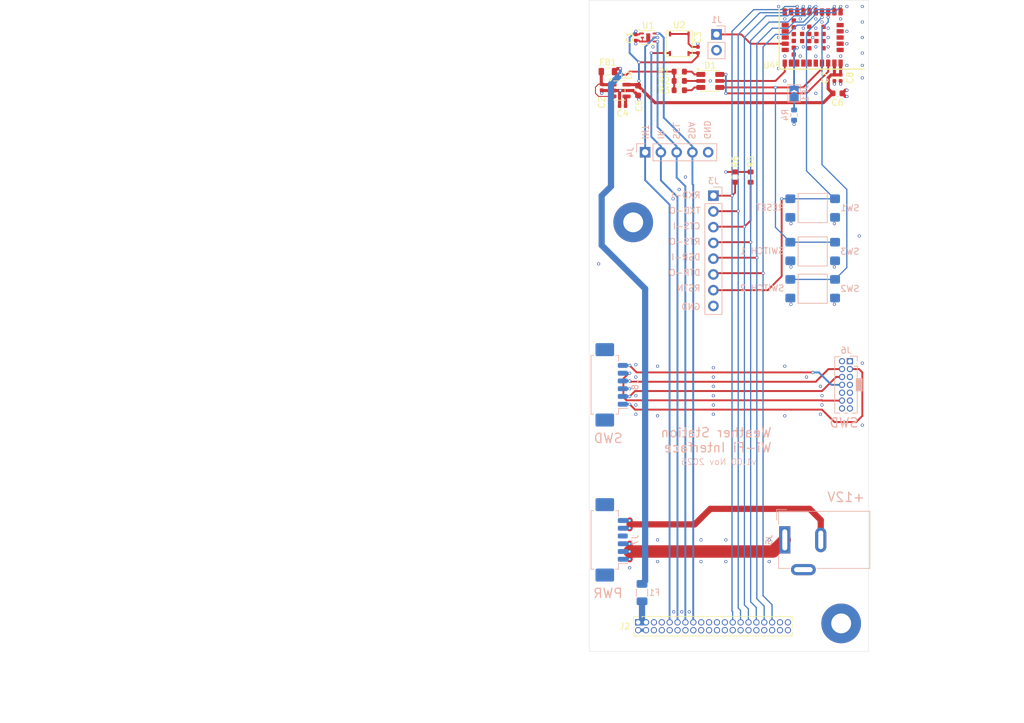
<source format=kicad_pcb>
(kicad_pcb (version 20241229) (generator "pcbnew") (generator_version "9.0")
  (layers (0 "F.Cu" signal) (2 "B.Cu" signal) (13 "F.Paste" user) (15 "B.Paste" user) (5 "F.SilkS" user "F.Silkscreen") (7 "B.SilkS" user "B.Silkscreen") (1 "F.Mask" user) (3 "B.Mask" user) (25 "Edge.Cuts" user))
  (net 0 "")
  (net 1 "+3.3V")
  (net 2 "GND")
  (net 3 "Net-(D1-GA)")
  (net 4 "Net-(D1-BA)")
  (net 5 "Net-(D1-RA)")
  (net 6 "/LED_BLUE")
  (net 7 "/LED_RED")
  (net 8 "/SW1_GRN")
  (net 9 "/DBG_TXD")
  (net 12 "/IR_IN")
  (net 14 "/LOG_BOOT")
  (net 15 "+5V")
  (net 16 "/RSTN")
  (net 17 "UART_DTR")
  (net 18 "UART_DSR")
  (net 19 "UART_TXD")
  (net 20 "UART_CTS")
  (net 21 "UART_RTS")
  (net 22 "UART_RXD")
  (net 23 "/SCL")
  (net 24 "/SDA")
  (net 25 "/ALS_INT")
  (net 26 "/SW2")
  (net 48 "Net-(JP1-A)")
  (net 49 "+5VIN")
  (net 50 "+3.3VIN")
  (net 51 "/Passthrough/+12V_IN")
  (net 52 "/Passthrough/SWCLK")
  (net 53 "/Passthrough/SWD_VCC")
  (net 54 "/Passthrough/SWD_RSTN")
  (net 55 "/Passthrough/SWO")
  (net 56 "/Passthrough/SWDIO")
  (net 57 "Net-(U3-EN)")
  (net 58 "Net-(U3-BP)")
  (footprint "MountingHole:MountingHole_3.2mm_M3_Pad" (layer "F.Cu") (at 151.98 69.3)
    (property "Reference" "H1" (hide yes))
    (property "Value" "M3")
  )
  (footprint "DWlib:Vishay_BELOBOG-4Pin" (layer "F.Cu") (at 159.4 40.5)
    (property "Reference" "U2")
    (property "Value" "TSOP37438")
  )
  (footprint "Capacitor_SMD:C_0402_1005Metric" (layer "F.Cu") (at 150.2625 50.55 180)
    (property "Reference" "C4")
    (property "Value" "470p")
  )
  (footprint "Resistor_SMD:R_0603_1608Metric" (layer "F.Cu") (at 168.4 62 90)
    (property "Reference" "R6")
    (property "Value" "10k")
  )
  (footprint "Capacitor_SMD:C_0603_1608Metric" (layer "F.Cu") (at 152.7625 48.05 -90)
    (property "Reference" "C5")
    (property "Value" "4.7u")
  )
  (footprint "Capacitor_SMD:C_0402_1005Metric" (layer "F.Cu") (at 185.4 46 -90)
    (property "Reference" "C8")
    (property "Value" "0.1u")
  )
  (footprint "Resistor_SMD:R_0603_1608Metric" (layer "F.Cu") (at 159.4 46.5)
    (property "Reference" "R2")
    (property "Value" "620R")
  )
  (footprint "Connector_PinSocket_1.27mm:PinSocket_2x20_P1.27mm_Vertical" (layer "F.Cu") (at 152.775 133.795 90)
    (property "Reference" "J2")
    (property "Value" "1.27 mm pitch")
  )
  (footprint "DWlib:ublox_NINA-W1x2" (layer "F.Cu") (at 186.2 39.5 90)
    (property "Reference" "U4")
    (property "Value" "NINA-W132")
  )
  (footprint "Capacitor_SMD:C_0603_1608Metric" (layer "F.Cu") (at 184.9 48.5)
    (property "Reference" "C6")
    (property "Value" "4.7u")
  )
  (footprint "Capacitor_SMD:C_0402_1005Metric" (layer "F.Cu") (at 146.9 47.5 -90)
    (property "Reference" "C2")
    (property "Value" "1u")
  )
  (footprint "Capacitor_SMD:C_0402_1005Metric" (layer "F.Cu") (at 152.4 39.5 -90)
    (property "Reference" "C1")
    (property "Value" "0.1u")
  )
  (footprint "Inductor_SMD:L_0805_2012Metric" (layer "F.Cu") (at 147.9 45 180)
    (property "Reference" "FB1")
    (property "Value" "600R")
  )
  (footprint "LED_SMD:LED_ROHM_SMLVN6" (layer "F.Cu") (at 164.4 46.5)
    (property "Reference" "D1")
    (property "Value" "SMLVN6RGB")
  )
  (footprint "Package_TO_SOT_SMD:SOT-23-5" (layer "F.Cu") (at 149.7625 48.05)
    (property "Reference" "U3")
    (property "Value" "MIC5219-3.3YM5")
  )
  (footprint "MountingHole:MountingHole_3.2mm_M3_Pad" (layer "F.Cu") (at 185.49 133.97)
    (property "Reference" "H2" (hide yes))
    (property "Value" "M3")
  )
  (footprint "Resistor_SMD:R_0603_1608Metric" (layer "F.Cu") (at 159.4 48)
    (property "Reference" "R3")
    (property "Value" "360R")
  )
  (footprint "Resistor_SMD:R_0603_1608Metric" (layer "F.Cu") (at 159.4 45)
    (property "Reference" "R1")
    (property "Value" "360R")
  )
  (footprint "DWlib:TI_USON-6-1EP_2x2mm_P0.5mm_EP0.65x1.35mm" (layer "F.Cu") (at 154.4 39.5)
    (property "Reference" "U1")
    (property "Value" "OPT4001DNPRQ1")
  )
  (footprint "Capacitor_SMD:C_0402_1005Metric" (layer "F.Cu") (at 162.4 41.5 90)
    (property "Reference" "C3")
    (property "Value" "0.1u")
  )
  (footprint "Resistor_SMD:R_0603_1608Metric" (layer "F.Cu") (at 170.9 62 90)
    (property "Reference" "R5")
    (property "Value" "10k")
  )
  (footprint "Capacitor_SMD:C_0402_1005Metric" (layer "F.Cu") (at 184.4 46 -90)
    (property "Reference" "C7")
    (property "Value" "0.1u")
  )
  (footprint "Connector_Molex:Molex_PicoBlade_53261-0671_1x06-1MP_P1.25mm_Horizontal" (layer "B.Cu") (at 147.9 95.5 90)
    (property "Reference" "J8")
    (property "Value" "53261-0671")
  )
  (footprint "Connector_PinHeader_1.27mm:PinHeader_2x07_P1.27mm_Vertical" (layer "B.Cu") (at 186.9 91.69 180)
    (property "Reference" "J6")
    (property "Value" "Conn_ST_STDC14")
  )
  (footprint "Connector_BarrelJack:BarrelJack_Wuerth_6941xx301002" (layer "B.Cu") (at 176.4 120.5 -90)
    (property "Reference" "J5")
    (property "Value" "694106301002")
  )
  (footprint "DWlib:SW_Push_1P1T_NO_E-Switch_TL3305AFxxxQG" (layer "B.Cu") (at 180.9 67)
    (property "Reference" "SW1")
    (property "Value" "TL3305")
  )
  (footprint "DWlib:SW_Push_1P1T_NO_E-Switch_TL3305AFxxxQG" (layer "B.Cu") (at 180.9 74 180)
    (property "Reference" "SW3")
    (property "Value" "TL3305")
  )
  (footprint "Connector_PinHeader_2.54mm:PinHeader_1x08_P2.54mm_Vertical" (layer "B.Cu") (at 164.9 65 180)
    (property "Reference" "J3")
    (property "Value" "Conn_01x08")
  )
  (footprint "DWlib:SW_Push_1P1T_NO_E-Switch_TL3305AFxxxQG" (layer "B.Cu") (at 180.9 80)
    (property "Reference" "SW2")
    (property "Value" "TL3305")
  )
  (footprint "Connector_PinHeader_2.54mm:PinHeader_1x05_P2.54mm_Vertical" (layer "B.Cu") (at 153.9 58 -90)
    (property "Reference" "J4")
    (property "Value" "Conn_01x05")
  )
  (footprint "Fuse:Fuse_1206_3216Metric" (layer "B.Cu") (at 153.4 129 90)
    (property "Reference" "F1")
    (property "Value" "500mA")
  )
  (footprint "Jumper:SolderJumper-2_P1.3mm_Open_TrianglePad1.0x1.5mm" (layer "B.Cu") (at 177.9 48.5 90)
    (property "Reference" "JP1")
    (property "Value" "SolderJumper_2_Open")
  )
  (footprint "Resistor_SMD:R_0603_1608Metric" (layer "B.Cu") (at 177.9 52 -90)
    (property "Reference" "R4")
    (property "Value" "620R")
  )
  (footprint "Connector_PinHeader_2.54mm:PinHeader_1x02_P2.54mm_Vertical" (layer "B.Cu") (at 165.4 39 180)
    (property "Reference" "J1")
    (property "Value" "Conn_01x02")
  )
  (footprint "Connector_Molex:Molex_PicoBlade_53261-0671_1x06-1MP_P1.25mm_Horizontal" (layer "B.Cu") (at 147.9 120.5 90)
    (property "Reference" "J7")
    (property "Value" "53261-0671")
  )
  (gr_rect (start 187.9 94.5) (end 188.9 96.5) (stroke (width 0.1)) (fill yes) (layer "B.SilkS"))
  (gr_rect (start 144.9 33.5) (end 189.9 138.5) (stroke (width 0.05)) (fill no) (layer "Edge.Cuts"))
  (gr_text "INT" (at 153.9 56 270) (layer "B.SilkS") (effects (font (size 1 1)) (justify left mirror)))
  (gr_text "GND" (at 162.9 83.5 0) (layer "B.SilkS") (effects (font (size 1 1)) (justify left bottom mirror)))
  (gr_text "SDA" (at 161.4 56 270) (layer "B.SilkS") (effects (font (size 1 1)) (justify left mirror)))
  (gr_text "SWD" (at 188.4 102.5 0) (layer "B.SilkS") (effects (font (size 1.5 1.5) (thickness 0.2)) (justify left bottom mirror)))
  (gr_text "Weather Station\nWi-Fi Interface" (at 174.4 106.5 0) (layer "B.SilkS") (effects (font (size 1.5 1.5) (thickness 0.2)) (justify left bottom mirror)))
  (gr_text "SWITCH 2" (at 176.4 80.5 0) (layer "B.SilkS") (effects (font (size 1 1)) (justify left bottom mirror)))
  (gr_text "SWITCH 1" (at 176.4 74.5 0) (layer "B.SilkS") (effects (font (size 1 1)) (justify left bottom mirror)))
  (gr_text "v1.00 Nov 2025" (at 171.9 108.5 0) (layer "B.SilkS") (effects (font (size 1 1) (thickness 0.1)) (justify left bottom mirror)))
  (gr_text "RTS-O" (at 162.9 73 0) (layer "B.SilkS") (effects (font (size 1 1)) (justify left bottom mirror)))
  (gr_text "DSR-I" (at 162.9 75.5 0) (layer "B.SilkS") (effects (font (size 1 1)) (justify left bottom mirror)))
  (gr_text "IR" (at 156.4 56 270) (layer "B.SilkS") (effects (font (size 1 1)) (justify left mirror)))
  (gr_text "GND" (at 163.9 56 270) (layer "B.SilkS") (effects (font (size 1 1)) (justify left mirror)))
  (gr_text "TXD-O" (at 162.9 68 0) (layer "B.SilkS") (effects (font (size 1 1)) (justify left bottom mirror)))
  (gr_text "CTS-I" (at 162.9 70.5 0) (layer "B.SilkS") (effects (font (size 1 1)) (justify left bottom mirror)))
  (gr_text "SCL" (at 158.9 56 270) (layer "B.SilkS") (effects (font (size 1 1)) (justify left mirror)))
  (gr_text "SWD" (at 150.4 105 0) (layer "B.SilkS") (effects (font (size 1.5 1.5) (thickness 0.2)) (justify left bottom mirror)))
  (gr_text "PWR" (at 150.4 130 0) (layer "B.SilkS") (effects (font (size 1.5 1.5) (thickness 0.2)) (justify left bottom mirror)))
  (gr_text "+12V" (at 189.4 114.5 0) (layer "B.SilkS") (effects (font (size 1.5 1.5) (thickness 0.2)) (justify left bottom mirror)))
  (gr_text "RXD-I" (at 162.9 65.5 0) (layer "B.SilkS") (effects (font (size 1 1)) (justify left bottom mirror)))
  (gr_text "RESET" (at 176.4 67.5 0) (layer "B.SilkS") (effects (font (size 1 1)) (justify left bottom mirror)))
  (gr_text "DTR-O" (at 162.9 78 0) (layer "B.SilkS") (effects (font (size 1 1)) (justify left bottom mirror)))
  (gr_text "RSTN" (at 162.9 80.5 0) (layer "B.SilkS") (effects (font (size 1 1)) (justify left bottom mirror)))
  (segment (start 152.88 39.02) (end 152.4 39.02) (width 0.3) (layer "F.Cu") (net 1))
  (segment (start 184.4 45.52) (end 185.4 45.52) (width 0.5) (layer "F.Cu") (net 1))
  (segment (start 153.05 38.85) (end 152.88 39.02) (width 0.3) (layer "F.Cu") (net 1))
  (segment (start 150.9 47.1) (end 152.5875 47.1) (width 0.5) (layer "F.Cu") (net 1))
  (segment (start 162.4 41.98) (end 160.995 41.98) (width 0.3) (layer "F.Cu") (net 1))
  (segment (start 184.4 43.625) (end 184.4 45.52) (width 0.5) (layer "F.Cu") (net 1))
  (segment (start 182.625 50) (end 184.125 48.5) (width 0.5) (layer "F.Cu") (net 1))
  (segment (start 183.4 47.775) (end 184.125 48.5) (width 0.5) (layer "F.Cu") (net 1))
  (segment (start 183.88 45.52) (end 183.4 46) (width 0.5) (layer "F.Cu") (net 1))
  (segment (start 152.5875 47.1) (end 152.7625 47.275) (width 0.5) (layer "F.Cu") (net 1))
  (segment (start 152.4 38.5) (end 152.4 39.02) (width 0.3) (layer "F.Cu") (net 1))
  (segment (start 162.4 42.5) (end 161.4 43.5) (width 0.3) (layer "F.Cu") (net 1))
  (segment (start 152.9 47.1375) (end 152.7625 47.275) (width 0.3) (layer "F.Cu") (net 1))
  (segment (start 161.4 43.5) (end 152.9 43.5) (width 0.3) (layer "F.Cu") (net 1))
  (segment (start 183.4 46) (end 183.4 47.775) (width 0.5) (layer "F.Cu") (net 1))
  (segment (start 152.7625 47.275) (end 155.4875 50) (width 0.5) (layer "F.Cu") (net 1))
  (segment (start 152.9 46.5) (end 152.9 47.1375) (width 0.3) (layer "F.Cu") (net 1))
  (segment (start 184.4 45.52) (end 183.88 45.52) (width 0.5) (layer "F.Cu") (net 1))
  (segment (start 185.4 43.625) (end 185.4 45.52) (width 0.5) (layer "F.Cu") (net 1))
  (segment (start 153.45 38.85) (end 153.05 38.85) (width 0.3) (layer "F.Cu") (net 1))
  (segment (start 160.995 41.98) (end 160.9 42.075) (width 0.3) (layer "F.Cu") (net 1))
  (segment (start 155.4875 50) (end 182.625 50) (width 0.5) (layer "F.Cu") (net 1))
  (segment (start 162.4 42.5) (end 162.4 41.98) (width 0.3) (layer "F.Cu") (net 1))
  (via (at 152.9 43.5) (size 0.5) (drill 0.3) (layers "F.Cu" "B.Cu") (net 1))
  (via (at 152.4 38.5) (size 0.5) (drill 0.3) (layers "F.Cu" "B.Cu") (net 1))
  (via (at 152.9 46.5) (size 0.5) (drill 0.3) (layers "F.Cu" "B.Cu") (net 1))
  (segment (start 151.4 42) (end 151.4 39.5) (width 0.3) (layer "B.Cu") (net 1))
  (segment (start 152.9 43.5) (end 152.9 46.5) (width 0.3) (layer "B.Cu") (net 1))
  (segment (start 152.9 43.5) (end 151.4 42) (width 0.3) (layer "B.Cu") (net 1))
  (segment (start 151.4 39.5) (end 152.4 38.5) (width 0.3) (layer "B.Cu") (net 1))
  (segment (start 185.4 47) (end 185.4 46.48) (width 0.5) (layer "F.Cu") (net 2))
  (segment (start 153.05 40.15) (end 152.88 39.98) (width 0.3) (layer "F.Cu") (net 2))
  (segment (start 149.7825 50.55) (end 149.7825 48.1675) (width 0.5) (layer "F.Cu") (net 2))
  (segment (start 160.9 38.925) (end 157.9 38.925) (width 0.3) (layer "F.Cu") (net 2))
  (segment (start 166.9 61.175) (end 170.9 61.175) (width 0.3) (layer "F.Cu") (net 2))
  (segment (start 184.4 47) (end 184.4 46.48) (width 0.5) (layer "F.Cu") (net 2))
  (segment (start 162.4 41.02) (end 161.42 41.02) (width 0.3) (layer "F.Cu") (net 2))
  (segment (start 186.175 48) (end 185.675 48.5) (width 0.5) (layer "F.Cu") (net 2))
  (segment (start 186.4 48) (end 186.175 48) (width 0.5) (layer "F.Cu") (net 2))
  (segment (start 146.97 48.05) (end 146.9 47.98) (width 0.5) (layer "F.Cu") (net 2))
  (segment (start 152.9 49.5) (end 152.9 48.9625) (width 0.5) (layer "F.Cu") (net 2))
  (segment (start 148.625 48.05) (end 149.9 48.05) (width 0.5) (layer "F.Cu") (net 2))
  (segment (start 151.4 117.375) (end 151.4 118) (width 1) (layer "F.Cu") (net 2))
  (segment (start 146.9 48.5) (end 146.9 47.98) (width 0.5) (layer "F.Cu") (net 2))
  (segment (start 164.4 115.5) (end 180.4 115.5) (width 1) (layer "F.Cu") (net 2))
  (segment (start 153.45 39.5) (end 153.45 40.15) (width 0.15) (layer "F.Cu") (net 2))
  (segment (start 154.4 40) (end 154.4 39.5) (width 0.3) (layer "F.Cu") (net 2))
  (segment (start 180.4 115.5) (end 182.2 117.3) (width 1) (layer "F.Cu") (net 2))
  (segment (start 161.9 118) (end 164.4 115.5) (width 1) (layer "F.Cu") (net 2))
  (segment (start 161.42 41.02) (end 160.9 40.5) (width 0.3) (layer "F.Cu") (net 2))
  (segment (start 152.9 48.9625) (end 152.7625 48.825) (width 0.5) (layer "F.Cu") (net 2))
  (segment (start 160.9 40.5) (end 160.9 38.925) (width 0.3) (layer "F.Cu") (net 2))
  (segment (start 151.4 118) (end 161.9 118) (width 1) (layer "F.Cu") (net 2))
  (segment (start 153.45 40.15) (end 153.05 40.15) (width 0.3) (layer "F.Cu") (net 2))
  (segment (start 149.9 48.05) (end 151.9875 48.05) (width 0.5) (layer "F.Cu") (net 2))
  (segment (start 148.605 48.07) (end 148.625 48.05) (width 0.5) (layer "F.Cu") (net 2))
  (segment (start 151.4 118) (end 151.4 118.625) (width 1) (layer "F.Cu") (net 2))
  (segment (start 186.175 49) (end 185.675 48.5) (width 0.5) (layer "F.Cu") (net 2))
  (segment (start 151.9875 48.05) (end 152.7625 48.825) (width 0.5) (layer "F.Cu") (net 2))
  (segment (start 186.4 49) (end 186.175 49) (width 0.5) (layer "F.Cu") (net 2))
  (segment (start 149.7825 48.1675) (end 149.9 48.05) (width 0.5) (layer "F.Cu") (net 2))
  (segment (start 182.2 117.3) (end 182.2 120.5) (width 1) (layer "F.Cu") (net 2))
  (segment (start 162.4 40.5) (end 162.4 41.02) (width 0.3) (layer "F.Cu") (net 2))
  (segment (start 154.25 40.15) (end 154.4 40) (width 0.3) (layer "F.Cu") (net 2))
  (segment (start 153.45 40.15) (end 154.25 40.15) (width 0.3) (layer "F.Cu") (net 2))
  (segment (start 148.625 48.05) (end 146.97 48.05) (width 0.5) (layer "F.Cu") (net 2))
  (segment (start 152.4 40.5) (end 152.4 39.98) (width 0.3) (layer "F.Cu") (net 2))
  (segment (start 152.88 39.98) (end 152.4 39.98) (width 0.3) (layer "F.Cu") (net 2))
  (via (at 162.9 124) (size 0.5) (drill 0.3) (layers "F.Cu" "B.Cu") (net 2))
  (via (at 188.4 71.5) (size 0.5) (drill 0.3) (layers "F.Cu" "B.Cu") (net 2))
  (via (at 177.4 76.5) (size 0.5) (drill 0.3) (layers "F.Cu" "B.Cu") (net 2))
  (via (at 155.9 92.5) (size 0.5) (drill 0.3) (layers "F.Cu" "B.Cu") (net 2))
  (via (at 186.4 49) (size 0.5) (drill 0.3) (layers "F.Cu" "B.Cu") (net 2))
  (via (at 152.9 49.5) (size 0.5) (drill 0.3) (layers "F.Cu" "B.Cu") (net 2))
  (via (at 151.4 96.125) (size 0.5) (drill 0.3) (layers "F.Cu" "B.Cu") (net 2))
  (via (at 186.4 34.5) (size 0.5) (drill 0.3) (layers "F.Cu" "B.Cu") (net 2))
  (via (at 181.4 42.5) (size 0.5) (drill 0.3) (layers "F.Cu" "B.Cu") (net 2))
  (via (at 177.4 82.5) (size 0.5) (drill 0.3) (layers "F.Cu" "B.Cu") (net 2))
  (via (at 188.9 42) (size 0.5) (drill 0.3) (layers "F.Cu" "B.Cu") (net 2))
  (via (at 185.4 36.5) (size 0.5) (drill 0.3) (layers "F.Cu" "B.Cu") (net 2))
  (via (at 160.4 62) (size 0.5) (drill 0.3) (layers "F.Cu" "B.Cu") (net 2))
  (via (at 184.4 69.5) (size 0.5) (drill 0.3) (layers "F.Cu" "B.Cu") (net 2))
  (via (at 164.9 92.75) (size 0.5) (drill 0.3) (layers "F.Cu" "B.Cu") (net 2))
  (via (at 175.4 34.5) (size 0.5) (drill 0.3) (layers "F.Cu" "B.Cu") (net 2))
  (via (at 184.4 47) (size 0.5) (drill 0.3) (layers "F.Cu" "B.Cu") (net 2))
  (via (at 182.4 98.75) (size 0.5) (drill 0.3) (layers "F.Cu" "B.Cu") (net 2))
  (via (at 158.5 132.1) (size 0.5) (drill 0.3) (layers "F.Cu" "B.Cu") (net 2))
  (via (at 151.4 118.625) (size 0.5) (drill 0.3) (layers "F.Cu" "B.Cu") (net 2))
  (via (at 186.4 40.5) (size 0.5) (drill 0.3) (layers "F.Cu" "B.Cu") (net 2))
  (via (at 146.9 48.5) (size 0.5) (drill 0.3) (layers "F.Cu" "B.Cu") (net 2))
  (via (at 179.9 94.25) (size 0.5) (drill 0.3) (layers "F.Cu" "B.Cu") (net 2))
  (via (at 183.4 41) (size 0.5) (drill 0.3) (layers "F.Cu" "B.Cu") (net 2))
  (via (at 159.4 64) (size 0.5) (drill 0.3) (layers "F.Cu" "B.Cu") (net 2))
  (via (at 181.4 48.5) (size 0.5) (drill 0.3) (layers "F.Cu" "B.Cu") (net 2))
  (via (at 177.9 53.5) (size 0.5) (drill 0.3) (layers "F.Cu" "B.Cu") (net 2))
  (via (at 166.9 120.5) (size 0.5) (drill 0.3) (layers "F.Cu" "B.Cu") (net 2))
  (via (at 152.4 40.5) (size 0.5) (drill 0.3) (layers "F.Cu" "B.Cu") (net 2))
  (via (at 164.9 98.75) (size 0.5) (drill 0.3) (layers "F.Cu" "B.Cu") (net 2))
  (via (at 188.9 34.5) (size 0.5) (drill 0.3) (layers "F.Cu" "B.Cu") (net 2))
  (via (at 183.4 42.5) (size 0.5) (drill 0.3) (layers "F.Cu" "B.Cu") (net 2))
  (via (at 164.9 94.25) (size 0.5) (drill 0.3) (layers "F.Cu" "B.Cu") (net 2))
  (via (at 181.4 38) (size 0.5) (drill 0.3) (layers "F.Cu" "B.Cu") (net 2))
  (via (at 182.4 37) (size 0.5) (drill 0.3) (layers "F.Cu" "B.Cu") (net 2))
  (via (at 152.4 94.25) (size 0.5) (drill 0.3) (layers "F.Cu" "B.Cu") (net 2))
  (via (at 176.4 36.5) (size 0.5) (drill 0.3) (layers "F.Cu" "B.Cu") (net 2))
  (via (at 158.4 65.5) (size 0.5) (drill 0.3) (layers "F.Cu" "B.Cu") (net 2))
  (via (at 179.4 41) (size 0.5) (drill 0.3) (layers "F.Cu" "B.Cu") (net 2))
  (via (at 182.15 100.25) (size 0.5) (drill 0.3) (layers "F.Cu" "B.Cu") (net 2))
  (via (at 188.9 44) (size 0.5) (drill 0.3) (layers "F.Cu" "B.Cu") (net 2))
  (via (at 149.9 48.05) (size 0.5) (drill 0.3) (layers "F.Cu" "B.Cu") (net 2))
  (via (at 188.9 46) (size 0.5) (drill 0.3) (layers "F.Cu" "B.Cu") (net 2))
  (via (at 180.9 39.5) (size 0.5) (drill 0.3) (layers "F.Cu" "B.Cu") (net 2))
  (via (at 186.4 48) (size 0.5) (drill 0.3) (layers "F.Cu" "B.Cu") (net 2))
  (via (at 151.4 125) (size 0.5) (drill 0.3) (layers "F.Cu" "B.Cu") (net 2))
  (via (at 166.9 124) (size 0.5) (drill 0.3) (layers "F.Cu" "B.Cu") (net 2))
  (via (at 185.4 42.5) (size 0.5) (drill 0.3) (layers "F.Cu" "B.Cu") (net 2))
  (via (at 176.4 92.5) (size 0.5) (drill 0.3) (layers "F.Cu" "B.Cu") (net 2))
  (via (at 166.9 61.175) (size 0.5) (drill 0.3) (layers "F.Cu" "B.Cu") (net 2))
  (via (at 181.4 36.5) (size 0.5) (drill 0.3) (layers "F.Cu" "B.Cu") (net 2))
  (via (at 152.4 97.25) (size 0.5) (drill 0.3) (layers "F.Cu" "B.Cu") (net 2))
  (via (at 173.9 120.5) (size 0.5) (drill 0.3) (layers "F.Cu" "B.Cu") (net 2))
  (via (at 155.9 120.5) (size 0.5) (drill 0.3) (layers "F.Cu" "B.Cu") (net 2))
  (via (at 164.4 46.5) (size 0.5) (drill 0.3) (layers "F.Cu" "B.Cu") (net 2))
  (via (at 185.4 47) (size 0.5) (drill 0.3) (layers "F.Cu" "B.Cu") (net 2))
  (via (at 175.4 44.5) (size 0.5) (drill 0.3) (layers "F.Cu" "B.Cu") (net 2))
  (via (at 188.9 39.5) (size 0.5) (drill 0.3) (layers "F.Cu" "B.Cu") (net 2))
  (via (at 188.9 102) (size 0.5) (drill 0.3) (layers "F.Cu" "B.Cu") (net 2))
  (via (at 188.9 37) (size 0.5) (drill 0.3) (layers "F.Cu" "B.Cu") (net 2))
  (via (at 176.4 42.5) (size 0.5) (drill 0.3) (layers "F.Cu" "B.Cu") (net 2))
  (via (at 151.4 117.375) (size 0.5) (drill 0.3) (layers "F.Cu" "B.Cu") (net 2))
  (via (at 183.4 39.5) (size 0.5) (drill 0.3) (layers "F.Cu" "B.Cu") (net 2))
  (via (at 179.4 38) (size 0.5) (drill 0.3) (layers "F.Cu" "B.Cu") (net 2))
  (via (at 152.4 98.75) (size 0.5) (drill 0.3) (layers "F.Cu" "B.Cu") (net 2))
  (via (at 152.4 92.25) (size 0.5) (drill 0.3) (layers "F.Cu" "B.Cu") (net 2))
  (via (at 155.9 100.5) (size 0.5) (drill 0.3) (layers "F.Cu" "B.Cu") (net 2))
  (via (at 186.4 38.5) (size 0.5) (drill 0.3) (layers "F.Cu" "B.Cu") (net 2))
  (via (at 178.9 42.5) (size 0.5) (drill 0.3) (layers "F.Cu" "B.Cu") (net 2))
  (via (at 162.9 120.5) (size 0.5) (drill 0.3) (layers "F.Cu" "B.Cu") (net 2))
  (via (at 184.4 76.5) (size 0.5) (drill 0.3) (layers "F.Cu" "B.Cu") (net 2))
  (via (at 159.8 132.1) (size 0.5) (drill 0.3) (layers "F.Cu" "B.Cu") (net 2))
  (via (at 182.4 97.25) (size 0.5) (drill 0.3) (layers "F.Cu" "B.Cu") (net 2))
  (via (at 181.4 41) (size 0.5) (drill 0.3) (layers "F.Cu" "B.Cu") (net 2))
  (via (at 177.4 69.5) (size 0.5) (drill 0.3) (layers "F.Cu" "B.Cu") (net 2))
  (via (at 155.9 124) (size 0.5) (drill 0.3) (layers "F.Cu" "B.Cu") (net 2))
  (via (at 183.4 38) (size 0.5) (drill 0.3) (layers "F.Cu" "B.Cu") (net 2))
  (via (at 162.4 40.5) (size 0.5) (drill 0.3) (layers "F.Cu" "B.Cu") (net 2))
  (via (at 173.9 124) (size 0.5) (drill 0.3) (layers "F.Cu" "B.Cu") (net 2))
  (via (at 146.4 76) (size 0.5) (drill 0.3) (layers "F.Cu" "B.Cu") (net 2))
  (via (at 184.4 82.5) (size 0.5) (drill 0.3) (layers "F.Cu" "B.Cu") (net 2))
  (via (at 175.4 39.5) (size 0.5) (drill 0.3) (layers "F.Cu" "B.Cu") (net 2))
  (via (at 182.15 95.75) (size 0.5) (drill 0.3) (layers "F.Cu" "B.Cu") (net 2))
  (via (at 164.9 95.75) (size 0.5) (drill 0.3) (layers "F.Cu" "B.Cu") (net 2))
  (via (at 152.4 100.25) (size 0.5) (drill 0.3) (layers "F.Cu" "B.Cu") (net 2))
  (via (at 176.4 46.5) (size 0.5) (drill 0.3) (layers "F.Cu" "B.Cu") (net 2))
  (via (at 188.9 92) (size 0.5) (drill 0.3) (layers "F.Cu" "B.Cu") (net 2))
  (via (at 178.9 36.5) (size 0.5) (drill 0.3) (layers "F.Cu" "B.Cu") (net 2))
  (via (at 164.9 100.25) (size 0.5) (drill 0.3) (layers "F.Cu" "B.Cu") (net 2))
  (via (at 186.4 44) (size 0.5) (drill 0.3) (layers "F.Cu" "B.Cu") (net 2))
  (via (at 176.4 100.5) (size 0.5) (drill 0.3) (layers "F.Cu" "B.Cu") (net 2))
  (via (at 155.15 41) (size 0.5) (drill 0.3) (layers "F.Cu" "B.Cu") (net 2))
  (via (at 161 132.1) (size 0.5) (drill 0.3) (layers "F.Cu" "B.Cu") (net 2))
  (via (at 164.9 97.25) (size 0.5) (drill 0.3) (layers "F.Cu" "B.Cu") (net 2))
  (segment (start 151.4 117.375) (end 150.3 117.375) (width 0.5) (layer "B.Cu") (net 2))
  (segment (start 177.9 52.825) (end 177.9 53.5) (width 0.3) (layer "B.Cu") (net 2))
  (segment (start 150.3 96.125) (end 151.4 96.125) (width 0.3) (layer "B.Cu") (net 2))
  (segment (start 151.4 118.625) (end 150.3 118.625) (width 0.5) (layer "B.Cu") (net 2))
  (segment (start 161.85 47.55) (end 161.4 48) (width 0.3) (layer "F.Cu") (net 3))
  (segment (start 162.875 47.55) (end 161.85 47.55) (width 0.3) (layer "F.Cu") (net 3))
  (segment (start 161.4 48) (end 160.225 48) (width 0.3) (layer "F.Cu") (net 3))
  (segment (start 162.875 45.45) (end 161.85 45.45) (width 0.3) (layer "F.Cu") (net 4))
  (segment (start 161.4 45) (end 160.225 45) (width 0.3) (layer "F.Cu") (net 4))
  (segment (start 161.85 45.45) (end 161.4 45) (width 0.3) (layer "F.Cu") (net 4))
  (segment (start 162.875 46.5) (end 160.225 46.5) (width 0.3) (layer "F.Cu") (net 5))
  (segment (start 183.4 43.625) (end 183.4 45) (width 0.3) (layer "F.Cu") (net 6))
  (segment (start 166.9 45.45) (end 165.925 45.45) (width 0.3) (layer "F.Cu") (net 6))
  (segment (start 179.9 48.5) (end 166.9 48.5) (width 0.3) (layer "F.Cu") (net 6))
  (segment (start 183.4 45) (end 179.9 48.5) (width 0.3) (layer "F.Cu") (net 6))
  (via (at 166.9 48.5) (size 0.5) (drill 0.3) (layers "F.Cu" "B.Cu") (net 6))
  (via (at 166.9 45.45) (size 0.5) (drill 0.3) (layers "F.Cu" "B.Cu") (net 6))
  (segment (start 166.9 48.5) (end 166.9 45.45) (width 0.3) (layer "B.Cu") (net 6))
  (segment (start 174.9 46.5) (end 176.4 45) (width 0.3) (layer "F.Cu") (net 7))
  (segment (start 165.925 46.5) (end 174.9 46.5) (width 0.3) (layer "F.Cu") (net 7))
  (segment (start 176.4 45) (end 176.4 43.625) (width 0.3) (layer "F.Cu") (net 7))
  (segment (start 182.4 44.5) (end 182.4 43.625) (width 0.3) (layer "F.Cu") (net 8))
  (segment (start 174.9 47.55) (end 179.35 47.55) (width 0.3) (layer "F.Cu") (net 8))
  (segment (start 165.925 47.55) (end 174.9 47.55) (width 0.3) (layer "F.Cu") (net 8))
  (segment (start 179.35 47.55) (end 182.4 44.5) (width 0.3) (layer "F.Cu") (net 8))
  (via (at 174.9 47.55) (size 0.5) (drill 0.3) (layers "F.Cu" "B.Cu") (net 8))
  (segment (start 177.3 72.5) (end 184.5 72.5) (width 0.2) (layer "B.Cu") (net 8))
  (segment (start 177.3 72.5) (end 174.9 70.1) (width 0.2) (layer "B.Cu") (net 8))
  (segment (start 174.9 70.1) (end 174.9 47.55) (width 0.2) (layer "B.Cu") (net 8))
  (segment (start 176.475 40.5) (end 170.9 40.5) (width 0.3) (layer "F.Cu") (net 9))
  (segment (start 169.4 39) (end 165.4 39) (width 0.3) (layer "F.Cu") (net 9))
  (segment (start 170.9 40.5) (end 169.4 39) (width 0.3) (layer "F.Cu") (net 9))
  (segment (start 157.9 42.075) (end 157.825 42) (width 0.3) (layer "F.Cu") (net 12))
  (segment (start 157.825 42) (end 154.9 42) (width 0.3) (layer "F.Cu") (net 12))
  (via (at 154.9 42) (size 0.5) (drill 0.3) (layers "F.Cu" "B.Cu") (net 12))
  (segment (start 159.11 65.21) (end 156.44 62.54) (width 0.3) (layer "B.Cu") (net 12))
  (segment (start 154.9 55.5) (end 154.9 53.5) (width 0.3) (layer "B.Cu") (net 12))
  (segment (start 155.9 56.5) (end 154.9 55.5) (width 0.3) (layer "B.Cu") (net 12))
  (segment (start 156.44 57.04) (end 155.9 56.5) (width 0.3) (layer "B.Cu") (net 12))
  (segment (start 159.125 133.795) (end 159.11 133.78) (width 0.3) (layer "B.Cu") (net 12))
  (segment (start 156.44 58) (end 156.44 57.04) (width 0.3) (layer "B.Cu") (net 12))
  (segment (start 154.9 53.5) (end 154.9 42) (width 0.3) (layer "B.Cu") (net 12))
  (segment (start 156.44 62.54) (end 156.44 58) (width 0.3) (layer "B.Cu") (net 12))
  (segment (start 159.11 133.78) (end 159.11 65.21) (width 0.3) (layer "B.Cu") (net 12))
  (segment (start 177.85 41.15) (end 178.4 41.15) (width 0.3) (layer "F.Cu") (net 14))
  (via (at 178.4 41.15) (size 0.5) (drill 0.3) (layers "F.Cu" "B.Cu") (net 14))
  (segment (start 178.4 41.15) (end 178.25 41.15) (width 0.3) (layer "B.Cu") (net 14))
  (segment (start 178.25 41.15) (end 177.9 41.5) (width 0.3) (layer "B.Cu") (net 14))
  (segment (start 177.9 41.5) (end 177.9 47.775) (width 0.3) (layer "B.Cu") (net 14))
  (segment (start 158.575 48) (end 158.575 45) (width 0.3) (layer "F.Cu") (net 15))
  (segment (start 149.4625 44.5) (end 148.9625 45) (width 0.5) (layer "F.Cu") (net 15))
  (segment (start 151.4 45) (end 150.9 45.5) (width 0.3) (layer "F.Cu") (net 15))
  (segment (start 149.9 45.5) (end 149.4625 45.5) (width 0.5) (layer "F.Cu") (net 15))
  (segment (start 149.9 44.5) (end 149.4625 44.5) (width 0.5) (layer "F.Cu") (net 15))
  (segment (start 158.575 45) (end 151.4 45) (width 0.3) (layer "F.Cu") (net 15))
  (segment (start 150.9 45.5) (end 149.9 45.5) (width 0.3) (layer "F.Cu") (net 15))
  (segment (start 149.4625 45.5) (end 148.9625 45) (width 0.5) (layer "F.Cu") (net 15))
  (via (at 149.9 44.5) (size 0.5) (drill 0.3) (layers "F.Cu" "B.Cu") (net 15))
  (via (at 149.9 45.5) (size 0.5) (drill 0.3) (layers "F.Cu" "B.Cu") (net 15))
  (segment (start 146.9 73) (end 146.9 65) (width 1) (layer "B.Cu") (net 15))
  (segment (start 148.4 47) (end 149.9 45.5) (width 1) (layer "B.Cu") (net 15))
  (segment (start 148.4 63.5) (end 148.4 47) (width 1) (layer "B.Cu") (net 15))
  (segment (start 153.9 80) (end 146.9 73) (width 1) (layer "B.Cu") (net 15))
  (segment (start 146.9 65) (end 148.4 63.5) (width 1) (layer "B.Cu") (net 15))
  (segment (start 153.4 127.6) (end 153.9 127.1) (width 1) (layer "B.Cu") (net 15))
  (segment (start 153.9 127.1) (end 153.9 80) (width 1) (layer "B.Cu") (net 15))
  (segment (start 149.9 45.5) (end 149.9 44.5) (width 0.5) (layer "B.Cu") (net 15))
  (segment (start 173.66 80.24) (end 164.9 80.24) (width 0.3) (layer "F.Cu") (net 16))
  (segment (start 175.9 78) (end 173.66 80.24) (width 0.3) (layer "F.Cu") (net 16))
  (segment (start 175.9 65.5) (end 175.9 78) (width 0.3) (layer "F.Cu") (net 16))
  (segment (start 182.4 36.25) (end 182.4 35.375) (width 0.3) (layer "F.Cu") (net 16))
  (via (at 182.4 36.25) (size 0.5) (drill 0.3) (layers "F.Cu" "B.Cu") (net 16))
  (via (at 175.9 65.5) (size 0.5) (drill 0.3) (layers "F.Cu" "B.Cu") (net 16))
  (segment (start 175.9 65.5) (end 177.3 65.5) (width 0.2) (layer "B.Cu") (net 16))
  (segment (start 179.9 38.75) (end 182.4 36.25) (width 0.2) (layer "B.Cu") (net 16))
  (segment (start 179.9 61) (end 179.9 38.75) (width 0.2) (layer "B.Cu") (net 16))
  (segment (start 184.4 65.5) (end 179.9 61) (width 0.2) (layer "B.Cu") (net 16))
  (segment (start 184.5 65.5) (end 184.4 65.5) (width 0.2) (layer "B.Cu") (net 16))
  (segment (start 177.3 65.5) (end 184.5 65.5) (width 0.2) (layer "B.Cu") (net 16))
  (segment (start 164.9 77.7) (end 165.1 77.5) (width 0.3) (layer "F.Cu") (net 17))
  (segment (start 185.4 34.5) (end 185.4 35.375) (width 0.3) (layer "F.Cu") (net 17))
  (segment (start 165.1 77.5) (end 172.9 77.5) (width 0.3) (layer "F.Cu") (net 17))
  (via (at 172.9 77.5) (size 0.5) (drill 0.3) (layers "F.Cu" "B.Cu") (net 17))
  (via (at 185.4 34.5) (size 0.5) (drill 0.3) (layers "F.Cu" "B.Cu") (net 17))
  (segment (start 181.65 35.5) (end 179.65 37.5) (width 0.2) (layer "B.Cu") (net 17))
  (segment (start 178.4 37.5) (end 176.9 39) (width 0.2) (layer "B.Cu") (net 17))
  (segment (start 184.4 35.5) (end 181.65 35.5) (width 0.2) (layer "B.Cu") (net 17))
  (segment (start 185.4 34.5) (end 184.4 35.5) (width 0.2) (layer "B.Cu") (net 17))
  (segment (start 172.9 77.5) (end 172.9 129.5) (width 0.2) (layer "B.Cu") (net 17))
  (segment (start 179.65 37.5) (end 178.4 37.5) (width 0.2) (layer "B.Cu") (net 17))
  (segment (start 174.9 39) (end 172.9 41) (width 0.2) (layer "B.Cu") (net 17))
  (segment (start 176.9 39) (end 174.9 39) (width 0.2) (layer "B.Cu") (net 17))
  (segment (start 174.35 133.78) (end 174.365 133.795) (width 0.2) (layer "B.Cu") (net 17))
  (segment (start 172.9 129.5) (end 174.35 130.95) (width 0.2) (layer "B.Cu") (net 17))
  (segment (start 174.35 130.95) (end 174.35 133.78) (width 0.2) (layer "B.Cu") (net 17))
  (segment (start 172.9 41) (end 172.9 77.5) (width 0.2) (layer "B.Cu") (net 17))
  (segment (start 165.06 75) (end 171.9 75) (width 0.3) (layer "F.Cu") (net 18))
  (segment (start 164.9 75.16) (end 165.06 75) (width 0.3) (layer "F.Cu") (net 18))
  (segment (start 184.4 34.5) (end 184.4 35.375) (width 0.3) (layer "F.Cu") (net 18))
  (via (at 171.9 75) (size 0.5) (drill 0.3) (layers "F.Cu" "B.Cu") (net 18))
  (via (at 184.4 34.5) (size 0.5) (drill 0.3) (layers "F.Cu" "B.Cu") (net 18))
  (segment (start 171.9 130) (end 173.08 131.18) (width 0.2) (layer "B.Cu") (net 18))
  (segment (start 171.9 75) (end 171.9 130) (width 0.2) (layer "B.Cu") (net 18))
  (segment (start 179.4 37) (end 177.9 37) (width 0.2) (layer "B.Cu") (net 18))
  (segment (start 171.9 40.5) (end 171.9 75) (width 0.2) (layer "B.Cu") (net 18))
  (segment (start 176.9 38) (end 174.4 38) (width 0.2) (layer "B.Cu") (net 18))
  (segment (start 173.08 131.18) (end 173.08 133.78) (width 0.2) (layer "B.Cu") (net 18))
  (segment (start 183.9 35) (end 181.4 35) (width 0.2) (layer "B.Cu") (net 18))
  (segment (start 184.4 34.5) (end 183.9 35) (width 0.2) (layer "B.Cu") (net 18))
  (segment (start 177.9 37) (end 176.9 38) (width 0.2) (layer "B.Cu") (net 18))
  (segment (start 173.08 133.78) (end 173.095 133.795) (width 0.2) (layer "B.Cu") (net 18))
  (segment (start 181.4 35) (end 179.4 37) (width 0.2) (layer "B.Cu") (net 18))
  (segment (start 174.4 38) (end 171.9 40.5) (width 0.2) (layer "B.Cu") (net 18))
  (segment (start 179.4 34.5) (end 179.4 35.375) (width 0.3) (layer "F.Cu") (net 19))
  (segment (start 164.9 67.54) (end 164.94 67.5) (width 0.3) (layer "F.Cu") (net 19))
  (segment (start 164.94 67.5) (end 168.9 67.5) (width 0.3) (layer "F.Cu") (net 19))
  (via (at 168.9 67.5) (size 0.5) (drill 0.3) (layers "F.Cu" "B.Cu") (net 19))
  (via (at 179.4 34.5) (size 0.5) (drill 0.3) (layers "F.Cu" "B.Cu") (net 19))
  (segment (start 176.4 35.5) (end 172.4 35.5) (width 0.2) (layer "B.Cu") (net 19))
  (segment (start 169.27 131.87) (end 169.27 133.78) (width 0.2) (layer "B.Cu") (net 19))
  (segment (start 168.9 67.5) (end 168.9 131.5) (width 0.2) (layer "B.Cu") (net 19))
  (segment (start 176.9 35) (end 176.4 35.5) (width 0.2) (layer "B.Cu") (net 19))
  (segment (start 168.9 131.5) (end 169.27 131.87) (width 0.2) (layer "B.Cu") (net 19))
  (segment (start 172.4 35.5) (end 168.9 39) (width 0.2) (layer "B.Cu") (net 19))
  (segment (start 168.9 39) (end 168.9 67.5) (width 0.2) (layer "B.Cu") (net 19))
  (segment (start 169.27 133.78) (end 169.285 133.795) (width 0.2) (layer "B.Cu") (net 19))
  (segment (start 179.4 34.5) (end 178.9 35) (width 0.2) (layer "B.Cu") (net 19))
  (segment (start 178.9 35) (end 176.9 35) (width 0.2) (layer "B.Cu") (net 19))
  (segment (start 164.98 70) (end 169.9 70) (width 0.3) (layer "F.Cu") (net 20))
  (segment (start 164.9 70.08) (end 164.98 70) (width 0.3) (layer "F.Cu") (net 20))
  (segment (start 170.9 69) (end 169.9 70) (width 0.3) (layer "F.Cu") (net 20))
  (segment (start 180.4 34.5) (end 180.4 35.375) (width 0.3) (layer "F.Cu") (net 20))
  (segment (start 170.9 62.825) (end 170.9 69) (width 0.3) (layer "F.Cu") (net 20))
  (via (at 169.9 70) (size 0.5) (drill 0.3) (layers "F.Cu" "B.Cu") (net 20))
  (via (at 180.4 34.5) (size 0.5) (drill 0.3) (layers "F.Cu" "B.Cu") (net 20))
  (segment (start 179.4 35.5) (end 177.4 35.5) (width 0.2) (layer "B.Cu") (net 20))
  (segment (start 173.4 36) (end 169.9 39.5) (width 0.2) (layer "B.Cu") (net 20))
  (segment (start 169.9 70) (end 169.9 131) (width 0.2) (layer "B.Cu") (net 20))
  (segment (start 170.54 131.64) (end 170.54 133.78) (width 0.2) (layer "B.Cu") (net 20))
  (segment (start 180.4 34.5) (end 179.4 35.5) (width 0.2) (layer "B.Cu") (net 20))
  (segment (start 169.9 39.5) (end 169.9 70) (width 0.2) (layer "B.Cu") (net 20))
  (segment (start 170.54 133.78) (end 170.555 133.795) (width 0.2) (layer "B.Cu") (net 20))
  (segment (start 169.9 131) (end 170.54 131.64) (width 0.2) (layer "B.Cu") (net 20))
  (segment (start 176.9 36) (end 173.4 36) (width 0.2) (layer "B.Cu") (net 20))
  (segment (start 177.4 35.5) (end 176.9 36) (width 0.2) (layer "B.Cu") (net 20))
  (segment (start 165.02 72.5) (end 170.9 72.5) (width 0.3) (layer "F.Cu") (net 21))
  (segment (start 164.9 72.62) (end 165.02 72.5) (width 0.3) (layer "F.Cu") (net 21))
  (segment (start 181.4 34.5) (end 181.4 35.375) (width 0.3) (layer "F.Cu") (net 21))
  (via (at 181.4 34.5) (size 0.5) (drill 0.3) (layers "F.Cu" "B.Cu") (net 21))
  (via (at 170.9 72.5) (size 0.5) (drill 0.3) (layers "F.Cu" "B.Cu") (net 21))
  (segment (start 176.9 37) (end 173.9 37) (width 0.2) (layer "B.Cu") (net 21))
  (segment (start 181.4 34.5) (end 181.149097 34.5) (width 0.2) (layer "B.Cu") (net 21))
  (segment (start 181.149097 34.5) (end 179.649097 36) (width 0.2) (layer "B.Cu") (net 21))
  (segment (start 179.649097 36) (end 177.9 36) (width 0.2) (layer "B.Cu") (net 21))
  (segment (start 170.9 72.5) (end 170.9 130.5) (width 0.2) (layer "B.Cu") (net 21))
  (segment (start 170.9 40) (end 170.9 72.5) (width 0.2) (layer "B.Cu") (net 21))
  (segment (start 170.9 130.5) (end 171.81 131.41) (width 0.2) (layer "B.Cu") (net 21))
  (segment (start 171.81 131.41) (end 171.81 133.78) (width 0.2) (layer "B.Cu") (net 21))
  (segment (start 173.9 37) (end 170.9 40) (width 0.2) (layer "B.Cu") (net 21))
  (segment (start 171.81 133.78) (end 171.825 133.795) (width 0.2) (layer "B.Cu") (net 21))
  (segment (start 177.9 36) (end 176.9 37) (width 0.2) (layer "B.Cu") (net 21))
  (segment (start 164.9 65) (end 167.9 65) (width 0.3) (layer "F.Cu") (net 22))
  (segment (start 178.4 34.5) (end 178.4 35.375) (width 0.3) (layer "F.Cu") (net 22))
  (segment (start 168.4 64.5) (end 167.9 65) (width 0.3) (layer "F.Cu") (net 22))
  (segment (start 168.4 62.825) (end 168.4 64.5) (width 0.3) (layer "F.Cu") (net 22))
  (via (at 167.9 65) (size 0.5) (drill 0.3) (layers "F.Cu" "B.Cu") (net 22))
  (via (at 178.4 34.5) (size 0.5) (drill 0.3) (layers "F.Cu" "B.Cu") (net 22))
  (segment (start 167.9 132) (end 167.9 65) (width 0.2) (layer "B.Cu") (net 22))
  (segment (start 167.9 38.5) (end 171.4 35) (width 0.2) (layer "B.Cu") (net 22))
  (segment (start 167.9 65) (end 167.9 38.5) (width 0.2) (layer "B.Cu") (net 22))
  (segment (start 168 133.78) (end 168 132.1) (width 0.2) (layer "B.Cu") (net 22))
  (segment (start 176.4 34.5) (end 178.4 34.5) (width 0.2) (layer "B.Cu") (net 22))
  (segment (start 168 132.1) (end 167.9 132) (width 0.2) (layer "B.Cu") (net 22))
  (segment (start 171.4 35) (end 175.9 35) (width 0.2) (layer "B.Cu") (net 22))
  (segment (start 175.9 35) (end 176.4 34.5) (width 0.2) (layer "B.Cu") (net 22))
  (segment (start 168.015 133.795) (end 168 133.78) (width 0.2) (layer "B.Cu") (net 22))
  (segment (start 155.35 40.15) (end 155.9 40.15) (width 0.3) (layer "F.Cu") (net 23))
  (via (at 155.9 40.15) (size 0.5) (drill 0.3) (layers "F.Cu" "B.Cu") (net 23))
  (segment (start 160.38 133.78) (end 160.395 133.795) (width 0.3) (layer "B.Cu") (net 23))
  (segment (start 155.9 53.96) (end 158.98 57.04) (width 0.3) (layer "B.Cu") (net 23))
  (segment (start 158.98 57.04) (end 158.98 62.08) (width 0.3) (layer "B.Cu") (net 23))
  (segment (start 155.9 40.15) (end 155.9 53.96) (width 0.3) (layer "B.Cu") (net 23))
  (segment (start 158.98 62.08) (end 160.38 63.48) (width 0.3) (layer "B.Cu") (net 23))
  (segment (start 160.38 63.48) (end 160.38 133.78) (width 0.3) (layer "B.Cu") (net 23))
  (segment (start 155.35 38.85) (end 155.9 38.85) (width 0.3) (layer "F.Cu") (net 24))
  (via (at 155.9 38.85) (size 0.5) (drill 0.3) (layers "F.Cu" "B.Cu") (net 24))
  (segment (start 156.9 52.42) (end 156.9 39.5) (width 0.3) (layer "B.Cu") (net 24))
  (segment (start 156.9 39.5) (end 156.25 38.85) (width 0.3) (layer "B.Cu") (net 24))
  (segment (start 161.65 133.78) (end 161.65 63.25) (width 0.3) (layer "B.Cu") (net 24))
  (segment (start 161.65 63.25) (end 161.52 63.12) (width 0.3) (layer "B.Cu") (net 24))
  (segment (start 161.665 133.795) (end 161.65 133.78) (width 0.3) (layer "B.Cu") (net 24))
  (segment (start 161.52 57.04) (end 156.9 52.42) (width 0.3) (layer "B.Cu") (net 24))
  (segment (start 156.25 38.85) (end 155.9 38.85) (width 0.3) (layer "B.Cu") (net 24))
  (segment (start 161.52 63.12) (end 161.52 57.04) (width 0.3) (layer "B.Cu") (net 24))
  (segment (start 155.35 39.5) (end 155.9 39.5) (width 0.3) (layer "F.Cu") (net 25))
  (via (at 155.9 39.5) (size 0.5) (drill 0.3) (layers "F.Cu" "B.Cu") (net 25))
  (segment (start 157.855 133.795) (end 157.84 133.78) (width 0.3) (layer "B.Cu") (net 25))
  (segment (start 153.9 62.5) (end 153.9 41) (width 0.3) (layer "B.Cu") (net 25))
  (segment (start 153.9 41) (end 155.4 39.5) (width 0.3) (layer "B.Cu") (net 25))
  (segment (start 155.4 39.5) (end 155.9 39.5) (width 0.3) (layer "B.Cu") (net 25))
  (segment (start 157.84 133.78) (end 157.84 66.44) (width 0.3) (layer "B.Cu") (net 25))
  (segment (start 157.84 66.44) (end 153.9 62.5) (width 0.3) (layer "B.Cu") (net 25))
  (segment (start 183.4 36.25) (end 183.4 35.375) (width 0.3) (layer "F.Cu") (net 26))
  (via (at 183.4 36.25) (size 0.5) (drill 0.3) (layers "F.Cu" "B.Cu") (net 26))
  (segment (start 183.4 37) (end 182.4 38) (width 0.2) (layer "B.Cu") (net 26))
  (segment (start 186.4 64) (end 186.4 76.6) (width 0.2) (layer "B.Cu") (net 26))
  (segment (start 186.4 76.6) (end 184.5 78.5) (width 0.2) (layer "B.Cu") (net 26))
  (segment (start 182.4 38) (end 182.4 60) (width 0.2) (layer "B.Cu") (net 26))
  (segment (start 182.4 60) (end 186.4 64) (width 0.2) (layer "B.Cu") (net 26))
  (segment (start 177.3 78.5) (end 184.5 78.5) (width 0.2) (layer "B.Cu") (net 26))
  (segment (start 183.4 36.25) (end 183.4 37) (width 0.2) (layer "B.Cu") (net 26))
  (segment (start 177.9 51.175) (end 177.9 49.225) (width 0.3) (layer "B.Cu") (net 48))
  (segment (start 153.4 130.4) (end 153.4 133.795) (width 1) (layer "B.Cu") (net 49))
  (segment (start 152.775 133.795) (end 154.045 133.795) (width 1) (layer "B.Cu") (net 49))
  (segment (start 152.775 135.065) (end 154.045 135.065) (width 0.5) (layer "B.Cu") (net 50))
  (segment (start 174.525 122.375) (end 176.4 120.5) (width 2) (layer "F.Cu") (net 51))
  (segment (start 151.4 122.375) (end 174.525 122.375) (width 2) (layer "F.Cu") (net 51))
  (segment (start 151.4 121.125) (end 151.4 123.625) (width 1) (layer "F.Cu") (net 51))
  (via (at 151.4 121.125) (size 0.5) (drill 0.3) (layers "F.Cu" "B.Cu") (net 51))
  (via (at 151.4 122.375) (size 0.5) (drill 0.3) (layers "F.Cu" "B.Cu") (net 51))
  (via (at 151.4 123.625) (size 0.5) (drill 0.3) (layers "F.Cu" "B.Cu") (net 51))
  (segment (start 151.4 123.625) (end 150.3 123.625) (width 0.5) (layer "B.Cu") (net 51))
  (segment (start 151.4 121.125) (end 150.3 121.125) (width 0.5) (layer "B.Cu") (net 51))
  (segment (start 151.4 122.375) (end 150.3 122.375) (width 0.5) (layer "B.Cu") (net 51))
  (segment (start 184.67 94.23) (end 185.63 94.23) (width 0.3) (layer "F.Cu") (net 52))
  (segment (start 182.4 96.5) (end 184.67 94.23) (width 0.3) (layer "F.Cu") (net 52))
  (segment (start 151.4 97.375) (end 152.275 96.5) (width 0.3) (layer "F.Cu") (net 52))
  (segment (start 152.275 96.5) (end 182.4 96.5) (width 0.3) (layer "F.Cu") (net 52))
  (via (at 151.4 97.375) (size 0.5) (drill 0.3) (layers "F.Cu" "B.Cu") (net 52))
  (segment (start 150.3 97.375) (end 151.4 97.375) (width 0.3) (layer "B.Cu") (net 52))
  (segment (start 188.36 92.96) (end 186.9 92.96) (width 0.3) (layer "F.Cu") (net 53))
  (segment (start 152.275 99.5) (end 182.4 99.5) (width 0.3) (layer "F.Cu") (net 53))
  (segment (start 182.4 99.5) (end 184.4 101.5) (width 0.3) (layer "F.Cu") (net 53))
  (segment (start 188.9 100.5) (end 188.9 93.5) (width 0.3) (layer "F.Cu") (net 53))
  (segment (start 187.9 101.5) (end 188.9 100.5) (width 0.3) (layer "F.Cu") (net 53))
  (segment (start 151.4 98.625) (end 152.275 99.5) (width 0.3) (layer "F.Cu") (net 53))
  (segment (start 184.4 101.5) (end 187.9 101.5) (width 0.3) (layer "F.Cu") (net 53))
  (segment (start 188.9 93.5) (end 188.36 92.96) (width 0.3) (layer "F.Cu") (net 53))
  (via (at 151.4 98.625) (size 0.5) (drill 0.3) (layers "F.Cu" "B.Cu") (net 53))
  (segment (start 150.3 98.625) (end 151.4 98.625) (width 0.3) (layer "B.Cu") (net 53))
  (segment (start 150.4 97.5) (end 150.9 98) (width 0.3) (layer "F.Cu") (net 54))
  (segment (start 182.44 98.04) (end 185.63 98.04) (width 0.3) (layer "F.Cu") (net 54))
  (segment (start 151.275 93.625) (end 150.4 94.5) (width 0.3) (layer "F.Cu") (net 54))
  (segment (start 150.4 94.5) (end 150.4 97.5) (width 0.3) (layer "F.Cu") (net 54))
  (segment (start 182.4 98) (end 182.44 98.04) (width 0.3) (layer "F.Cu") (net 54))
  (segment (start 151.4 93.625) (end 151.275 93.625) (width 0.3) (layer "F.Cu") (net 54))
  (segment (start 150.9 98) (end 182.4 98) (width 0.3) (layer "F.Cu") (net 54))
  (via (at 151.4 93.625) (size 0.5) (drill 0.3) (layers "F.Cu" "B.Cu") (net 54))
  (segment (start 150.3 93.625) (end 151.4 93.625) (width 0.3) (layer "B.Cu") (net 54))
  (segment (start 151.4 92.375) (end 152.525 93.5) (width 0.3) (layer "F.Cu") (net 55))
  (segment (start 152.525 93.5) (end 180.9 93.5) (width 0.3) (layer "F.Cu") (net 55))
  (via (at 180.9 93.5) (size 0.5) (drill 0.3) (layers "F.Cu" "B.Cu") (net 55))
  (via (at 151.4 92.375) (size 0.5) (drill 0.3) (layers "F.Cu" "B.Cu") (net 55))
  (segment (start 185.63 95.5) (end 183.9 95.5) (width 0.3) (layer "B.Cu") (net 55))
  (segment (start 181.9 93.5) (end 180.9 93.5) (width 0.3) (layer "B.Cu") (net 55))
  (segment (start 150.3 92.375) (end 151.4 92.375) (width 0.3) (layer "B.Cu") (net 55))
  (segment (start 183.9 95.5) (end 181.9 93.5) (width 0.3) (layer "B.Cu") (net 55))
  (segment (start 181.4 95) (end 183.44 92.96) (width 0.3) (layer "F.Cu") (net 56))
  (segment (start 151.4 94.875) (end 151.525 95) (width 0.3) (layer "F.Cu") (net 56))
  (segment (start 183.44 92.96) (end 185.63 92.96) (width 0.3) (layer "F.Cu") (net 56))
  (segment (start 151.525 95) (end 181.4 95) (width 0.3) (layer "F.Cu") (net 56))
  (via (at 151.4 94.875) (size 0.5) (drill 0.3) (layers "F.Cu" "B.Cu") (net 56))
  (segment (start 150.3 94.875) (end 151.4 94.875) (width 0.3) (layer "B.Cu") (net 56))
  (segment (start 146.8375 46.9575) (end 146.9 47.02) (width 0.5) (layer "F.Cu") (net 57))
  (segment (start 145.9 48.5) (end 145.9 47.5) (width 0.15) (layer "F.Cu") (net 57))
  (segment (start 146.8375 45) (end 146.8375 46.9575) (width 0.5) (layer "F.Cu") (net 57))
  (segment (start 148.625 47.1) (end 146.98 47.1) (width 0.5) (layer "F.Cu") (net 57))
  (segment (start 146.98 47.1) (end 146.9 47.02) (width 0.5) (layer "F.Cu") (net 57))
  (segment (start 145.9 47.5) (end 146.38 47.02) (width 0.15) (layer "F.Cu") (net 57))
  (segment (start 146.38 47.02) (end 146.9 47.02) (width 0.15) (layer "F.Cu") (net 57))
  (segment (start 146.4 49) (end 145.9 48.5) (width 0.15) (layer "F.Cu") (net 57))
  (segment (start 148.625 49) (end 146.4 49) (width 0.15) (layer "F.Cu") (net 57))
  (segment (start 150.7425 49.1575) (end 150.9 49) (width 0.5) (layer "F.Cu") (net 58))
  (segment (start 150.7425 50.55) (end 150.7425 49.1575) (width 0.5) (layer "F.Cu") (net 58))
)
</source>
